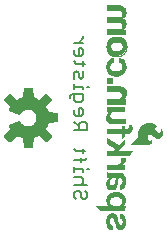
<source format=gbr>
G04 EAGLE Gerber RS-274X export*
G75*
%MOMM*%
%FSLAX34Y34*%
%LPD*%
%INSilkscreen Bottom*%
%IPPOS*%
%AMOC8*
5,1,8,0,0,1.08239X$1,22.5*%
G01*
%ADD10C,0.203200*%
%ADD11C,0.025400*%
%ADD12R,0.485100X0.495300*%

G36*
X79355Y126855D02*
X79355Y126855D01*
X79462Y126868D01*
X79474Y126874D01*
X79488Y126876D01*
X79584Y126928D01*
X79681Y126975D01*
X79691Y126985D01*
X79703Y126991D01*
X79777Y127071D01*
X79854Y127147D01*
X79860Y127159D01*
X79870Y127170D01*
X79915Y127268D01*
X79963Y127366D01*
X79967Y127383D01*
X79971Y127392D01*
X79973Y127413D01*
X79992Y127510D01*
X80762Y135089D01*
X83006Y135807D01*
X83024Y135816D01*
X83120Y135855D01*
X85215Y136933D01*
X91119Y132119D01*
X91213Y132065D01*
X91305Y132008D01*
X91318Y132005D01*
X91330Y131998D01*
X91437Y131977D01*
X91542Y131952D01*
X91556Y131954D01*
X91570Y131951D01*
X91677Y131966D01*
X91785Y131976D01*
X91798Y131982D01*
X91812Y131984D01*
X91909Y132032D01*
X92008Y132077D01*
X92021Y132088D01*
X92030Y132092D01*
X92045Y132107D01*
X92122Y132170D01*
X96430Y136478D01*
X96493Y136566D01*
X96559Y136652D01*
X96564Y136665D01*
X96572Y136677D01*
X96603Y136780D01*
X96639Y136883D01*
X96639Y136897D01*
X96643Y136910D01*
X96639Y137018D01*
X96640Y137127D01*
X96635Y137140D01*
X96635Y137154D01*
X96597Y137255D01*
X96562Y137358D01*
X96553Y137373D01*
X96549Y137382D01*
X96535Y137399D01*
X96481Y137482D01*
X91667Y143385D01*
X92745Y145480D01*
X92752Y145499D01*
X92793Y145594D01*
X93511Y147838D01*
X101090Y148608D01*
X101194Y148636D01*
X101300Y148661D01*
X101312Y148668D01*
X101325Y148671D01*
X101415Y148732D01*
X101508Y148789D01*
X101516Y148800D01*
X101528Y148808D01*
X101594Y148894D01*
X101663Y148978D01*
X101667Y148991D01*
X101676Y149002D01*
X101710Y149105D01*
X101749Y149206D01*
X101750Y149224D01*
X101754Y149233D01*
X101753Y149254D01*
X101763Y149353D01*
X101763Y155447D01*
X101746Y155555D01*
X101732Y155662D01*
X101726Y155674D01*
X101724Y155688D01*
X101672Y155784D01*
X101625Y155881D01*
X101615Y155891D01*
X101609Y155903D01*
X101529Y155977D01*
X101453Y156054D01*
X101441Y156060D01*
X101431Y156070D01*
X101332Y156115D01*
X101234Y156163D01*
X101217Y156167D01*
X101208Y156171D01*
X101187Y156173D01*
X101090Y156192D01*
X93511Y156962D01*
X92793Y159206D01*
X92784Y159224D01*
X92745Y159320D01*
X91667Y161415D01*
X96481Y167319D01*
X96535Y167413D01*
X96592Y167505D01*
X96595Y167518D01*
X96602Y167530D01*
X96623Y167637D01*
X96648Y167742D01*
X96646Y167756D01*
X96649Y167770D01*
X96634Y167877D01*
X96624Y167985D01*
X96618Y167998D01*
X96616Y168012D01*
X96568Y168109D01*
X96523Y168208D01*
X96512Y168221D01*
X96508Y168230D01*
X96493Y168245D01*
X96430Y168322D01*
X92122Y172630D01*
X92034Y172693D01*
X91948Y172759D01*
X91935Y172764D01*
X91923Y172772D01*
X91820Y172803D01*
X91717Y172839D01*
X91703Y172839D01*
X91690Y172843D01*
X91582Y172839D01*
X91473Y172840D01*
X91460Y172835D01*
X91446Y172835D01*
X91345Y172797D01*
X91242Y172762D01*
X91227Y172753D01*
X91218Y172749D01*
X91201Y172735D01*
X91119Y172681D01*
X85215Y167867D01*
X83120Y168945D01*
X83101Y168952D01*
X83006Y168993D01*
X80762Y169711D01*
X79992Y177290D01*
X79964Y177394D01*
X79939Y177500D01*
X79932Y177512D01*
X79929Y177525D01*
X79868Y177615D01*
X79811Y177708D01*
X79800Y177716D01*
X79792Y177728D01*
X79706Y177794D01*
X79622Y177863D01*
X79609Y177867D01*
X79598Y177876D01*
X79495Y177910D01*
X79394Y177949D01*
X79376Y177950D01*
X79367Y177954D01*
X79346Y177953D01*
X79247Y177963D01*
X73153Y177963D01*
X73045Y177946D01*
X72938Y177932D01*
X72926Y177926D01*
X72912Y177924D01*
X72816Y177872D01*
X72719Y177825D01*
X72709Y177815D01*
X72697Y177809D01*
X72623Y177729D01*
X72546Y177653D01*
X72540Y177641D01*
X72530Y177631D01*
X72485Y177532D01*
X72437Y177434D01*
X72433Y177417D01*
X72429Y177408D01*
X72427Y177387D01*
X72408Y177290D01*
X71638Y169711D01*
X69394Y168993D01*
X69376Y168984D01*
X69280Y168945D01*
X67185Y167867D01*
X61282Y172681D01*
X61187Y172735D01*
X61095Y172792D01*
X61082Y172795D01*
X61070Y172802D01*
X60963Y172823D01*
X60858Y172848D01*
X60844Y172846D01*
X60830Y172849D01*
X60723Y172834D01*
X60615Y172824D01*
X60602Y172818D01*
X60589Y172816D01*
X60491Y172768D01*
X60392Y172723D01*
X60379Y172712D01*
X60370Y172708D01*
X60355Y172693D01*
X60278Y172630D01*
X55970Y168322D01*
X55907Y168234D01*
X55841Y168148D01*
X55836Y168135D01*
X55828Y168123D01*
X55797Y168020D01*
X55761Y167917D01*
X55761Y167903D01*
X55757Y167890D01*
X55761Y167782D01*
X55760Y167673D01*
X55765Y167660D01*
X55765Y167646D01*
X55803Y167545D01*
X55838Y167442D01*
X55847Y167427D01*
X55851Y167418D01*
X55865Y167401D01*
X55919Y167319D01*
X60733Y161415D01*
X59654Y159321D01*
X59637Y159268D01*
X59611Y159219D01*
X59600Y159153D01*
X59579Y159089D01*
X59580Y159033D01*
X59571Y158979D01*
X59582Y158912D01*
X59583Y158845D01*
X59601Y158793D01*
X59610Y158738D01*
X59642Y158679D01*
X59664Y158615D01*
X59699Y158572D01*
X59725Y158522D01*
X59774Y158477D01*
X59816Y158424D01*
X59863Y158394D01*
X59903Y158356D01*
X60008Y158299D01*
X60021Y158291D01*
X60026Y158290D01*
X60033Y158286D01*
X68695Y154698D01*
X68800Y154673D01*
X68905Y154645D01*
X68919Y154646D01*
X68933Y154642D01*
X69040Y154653D01*
X69148Y154659D01*
X69161Y154665D01*
X69176Y154666D01*
X69274Y154711D01*
X69374Y154752D01*
X69385Y154761D01*
X69398Y154767D01*
X69477Y154840D01*
X69558Y154911D01*
X69569Y154927D01*
X69576Y154934D01*
X69587Y154953D01*
X69641Y155034D01*
X70367Y156377D01*
X71302Y157484D01*
X72444Y158378D01*
X73745Y159019D01*
X75148Y159381D01*
X76596Y159448D01*
X78027Y159219D01*
X79382Y158702D01*
X80602Y157919D01*
X81636Y156904D01*
X82442Y155698D01*
X82984Y154354D01*
X83240Y152927D01*
X83199Y151478D01*
X82863Y150068D01*
X82247Y148756D01*
X81375Y147598D01*
X80285Y146642D01*
X79023Y145929D01*
X77642Y145489D01*
X76198Y145340D01*
X74823Y145476D01*
X73498Y145877D01*
X72278Y146530D01*
X71208Y147408D01*
X70330Y148477D01*
X69643Y149763D01*
X69576Y149850D01*
X69512Y149939D01*
X69502Y149947D01*
X69494Y149957D01*
X69403Y150018D01*
X69314Y150082D01*
X69302Y150085D01*
X69291Y150092D01*
X69185Y150121D01*
X69081Y150153D01*
X69068Y150152D01*
X69056Y150156D01*
X68946Y150148D01*
X68837Y150145D01*
X68821Y150140D01*
X68812Y150140D01*
X68793Y150132D01*
X68695Y150102D01*
X60033Y146514D01*
X59986Y146485D01*
X59934Y146464D01*
X59883Y146421D01*
X59826Y146385D01*
X59791Y146342D01*
X59748Y146306D01*
X59714Y146249D01*
X59671Y146197D01*
X59652Y146145D01*
X59623Y146097D01*
X59609Y146031D01*
X59585Y145968D01*
X59583Y145913D01*
X59572Y145858D01*
X59579Y145792D01*
X59577Y145725D01*
X59593Y145671D01*
X59600Y145616D01*
X59644Y145505D01*
X59648Y145491D01*
X59651Y145487D01*
X59654Y145479D01*
X60733Y143385D01*
X55919Y137482D01*
X55865Y137387D01*
X55808Y137295D01*
X55805Y137282D01*
X55798Y137270D01*
X55777Y137163D01*
X55752Y137058D01*
X55754Y137044D01*
X55751Y137030D01*
X55766Y136923D01*
X55776Y136815D01*
X55782Y136802D01*
X55784Y136789D01*
X55832Y136691D01*
X55877Y136592D01*
X55888Y136579D01*
X55892Y136570D01*
X55907Y136555D01*
X55970Y136478D01*
X60278Y132170D01*
X60366Y132107D01*
X60452Y132041D01*
X60465Y132036D01*
X60477Y132028D01*
X60580Y131997D01*
X60683Y131961D01*
X60697Y131961D01*
X60710Y131957D01*
X60818Y131961D01*
X60927Y131960D01*
X60940Y131965D01*
X60954Y131965D01*
X61055Y132003D01*
X61158Y132038D01*
X61173Y132047D01*
X61182Y132051D01*
X61199Y132065D01*
X61282Y132119D01*
X67185Y136933D01*
X69280Y135855D01*
X69299Y135848D01*
X69394Y135807D01*
X71638Y135089D01*
X72408Y127510D01*
X72436Y127406D01*
X72461Y127300D01*
X72468Y127288D01*
X72471Y127275D01*
X72532Y127185D01*
X72589Y127092D01*
X72600Y127084D01*
X72608Y127072D01*
X72694Y127006D01*
X72778Y126938D01*
X72791Y126933D01*
X72802Y126924D01*
X72905Y126890D01*
X73006Y126851D01*
X73024Y126850D01*
X73033Y126846D01*
X73054Y126847D01*
X73153Y126837D01*
X79247Y126837D01*
X79355Y126855D01*
G37*
G36*
X177373Y129137D02*
X177373Y129137D01*
X177379Y129135D01*
X178210Y129205D01*
X178221Y129211D01*
X178236Y129210D01*
X179035Y129450D01*
X179045Y129458D01*
X179059Y129460D01*
X179791Y129861D01*
X179799Y129871D01*
X179812Y129876D01*
X180362Y130346D01*
X180367Y130357D01*
X180379Y130364D01*
X180824Y130934D01*
X180827Y130946D01*
X180837Y130956D01*
X181158Y131604D01*
X181159Y131616D01*
X181167Y131628D01*
X181351Y132327D01*
X181350Y132338D01*
X181355Y132349D01*
X181428Y133289D01*
X181426Y133298D01*
X181429Y133305D01*
X181428Y133307D01*
X181428Y133309D01*
X181355Y134249D01*
X181353Y134253D01*
X181354Y134259D01*
X181278Y134742D01*
X181253Y134781D01*
X181232Y134821D01*
X181228Y134822D01*
X181226Y134825D01*
X181181Y134835D01*
X181137Y134847D01*
X181133Y134845D01*
X181129Y134846D01*
X181091Y134821D01*
X181052Y134798D01*
X181051Y134793D01*
X181048Y134791D01*
X181039Y134750D01*
X181027Y134710D01*
X181043Y134552D01*
X181015Y134414D01*
X180944Y134281D01*
X180345Y133457D01*
X180279Y133389D01*
X180231Y133339D01*
X180093Y133267D01*
X179678Y133174D01*
X179250Y133174D01*
X178834Y133267D01*
X178430Y133473D01*
X178102Y133786D01*
X177737Y134392D01*
X177530Y135070D01*
X177495Y135781D01*
X177592Y136391D01*
X177790Y136977D01*
X178083Y137520D01*
X178448Y137945D01*
X178908Y138260D01*
X179433Y138446D01*
X179989Y138489D01*
X180537Y138387D01*
X181040Y138147D01*
X181475Y137777D01*
X183016Y136324D01*
X183026Y136321D01*
X183032Y136312D01*
X184790Y135125D01*
X184803Y135123D01*
X184813Y135113D01*
X185501Y134833D01*
X185516Y134834D01*
X185531Y134825D01*
X186266Y134726D01*
X186281Y134730D01*
X186298Y134725D01*
X187035Y134812D01*
X187048Y134820D01*
X187066Y134820D01*
X187758Y135087D01*
X187769Y135098D01*
X187786Y135102D01*
X188389Y135533D01*
X188396Y135544D01*
X188408Y135549D01*
X188586Y135738D01*
X188587Y135738D01*
X188825Y135991D01*
X188826Y135991D01*
X189064Y136243D01*
X189066Y136245D01*
X189069Y136253D01*
X189077Y136258D01*
X189637Y137035D01*
X189640Y137045D01*
X189648Y137053D01*
X190036Y137833D01*
X190037Y137845D01*
X190045Y137856D01*
X190276Y138696D01*
X190275Y138708D01*
X190281Y138720D01*
X190347Y139588D01*
X190343Y139599D01*
X190347Y139610D01*
X190261Y140510D01*
X190257Y140519D01*
X190258Y140529D01*
X190038Y141407D01*
X190032Y141415D01*
X190031Y141427D01*
X189930Y141655D01*
X189778Y142011D01*
X189778Y142012D01*
X189557Y142516D01*
X189546Y142526D01*
X189541Y142543D01*
X189203Y142978D01*
X189196Y142981D01*
X189192Y142989D01*
X189167Y143014D01*
X189167Y143015D01*
X189166Y143017D01*
X189074Y143052D01*
X188985Y143011D01*
X188952Y142926D01*
X188952Y142323D01*
X188895Y141812D01*
X188756Y141322D01*
X188501Y140841D01*
X188497Y140838D01*
X188131Y140446D01*
X187671Y140160D01*
X187152Y140003D01*
X186849Y139991D01*
X186549Y140050D01*
X186055Y140256D01*
X185597Y140539D01*
X185187Y140890D01*
X184833Y141302D01*
X184182Y142204D01*
X183933Y142692D01*
X183835Y143222D01*
X183893Y143760D01*
X183958Y143934D01*
X184207Y144295D01*
X184546Y144569D01*
X184649Y144613D01*
X184769Y144629D01*
X185649Y144629D01*
X185690Y144646D01*
X185732Y144660D01*
X185735Y144665D01*
X185740Y144667D01*
X185756Y144708D01*
X185775Y144748D01*
X185773Y144754D01*
X185775Y144759D01*
X185763Y144786D01*
X185747Y144835D01*
X184826Y145961D01*
X184814Y145967D01*
X184807Y145979D01*
X183670Y146886D01*
X183659Y146889D01*
X183651Y146898D01*
X182717Y147400D01*
X182707Y147401D01*
X182699Y147407D01*
X181702Y147765D01*
X181692Y147765D01*
X181683Y147770D01*
X180644Y147977D01*
X180633Y147975D01*
X180623Y147979D01*
X178695Y148040D01*
X178684Y148035D01*
X178672Y148038D01*
X176765Y147750D01*
X176755Y147744D01*
X176743Y147744D01*
X174919Y147116D01*
X174910Y147109D01*
X174898Y147107D01*
X173217Y146160D01*
X173211Y146152D01*
X173200Y146149D01*
X172093Y145264D01*
X172090Y145259D01*
X172085Y145256D01*
X172084Y145254D01*
X172080Y145252D01*
X171727Y144878D01*
X171251Y144373D01*
X171108Y144221D01*
X171105Y144213D01*
X171097Y144207D01*
X170280Y143050D01*
X170278Y143040D01*
X170270Y143032D01*
X169670Y141802D01*
X169669Y141791D01*
X169661Y141781D01*
X169293Y140462D01*
X169295Y140451D01*
X169289Y140440D01*
X169165Y139076D01*
X169167Y139071D01*
X169165Y139065D01*
X169165Y136790D01*
X169100Y136422D01*
X168973Y136071D01*
X168384Y135081D01*
X167602Y134227D01*
X162120Y129355D01*
X162118Y129351D01*
X162113Y129349D01*
X162097Y129307D01*
X162078Y129266D01*
X162080Y129262D01*
X162078Y129257D01*
X162097Y129216D01*
X162112Y129174D01*
X162117Y129172D01*
X162119Y129168D01*
X162192Y129139D01*
X162203Y129135D01*
X162204Y129135D01*
X177368Y129135D01*
X177373Y129137D01*
G37*
G36*
X157873Y73600D02*
X157873Y73600D01*
X157912Y73610D01*
X157918Y73619D01*
X157927Y73623D01*
X157938Y73651D01*
X157960Y73688D01*
X158696Y77574D01*
X158693Y77588D01*
X158698Y77603D01*
X158683Y77635D01*
X158675Y77670D01*
X158662Y77678D01*
X158656Y77692D01*
X158617Y77706D01*
X158592Y77722D01*
X158581Y77719D01*
X158570Y77723D01*
X156653Y77699D01*
X156802Y77833D01*
X156803Y77834D01*
X156804Y77834D01*
X157769Y78723D01*
X157771Y78729D01*
X157778Y78733D01*
X158079Y79076D01*
X158083Y79087D01*
X158093Y79095D01*
X158326Y79489D01*
X158327Y79498D01*
X158334Y79506D01*
X158867Y80827D01*
X158867Y80838D01*
X158874Y80848D01*
X158976Y81330D01*
X158973Y81342D01*
X158978Y81354D01*
X159003Y83335D01*
X158999Y83346D01*
X159001Y83358D01*
X158818Y84443D01*
X158811Y84453D01*
X158811Y84468D01*
X158411Y85492D01*
X158403Y85499D01*
X158401Y85511D01*
X157860Y86413D01*
X157854Y86418D01*
X157851Y86427D01*
X157198Y87251D01*
X157188Y87257D01*
X157183Y87267D01*
X156293Y88059D01*
X156280Y88063D01*
X156271Y88075D01*
X155230Y88654D01*
X155218Y88656D01*
X155207Y88664D01*
X153094Y89338D01*
X153083Y89337D01*
X153072Y89343D01*
X150872Y89626D01*
X150861Y89623D01*
X150849Y89627D01*
X148634Y89509D01*
X148624Y89504D01*
X148612Y89506D01*
X147236Y89183D01*
X147227Y89177D01*
X147215Y89176D01*
X145915Y88620D01*
X145907Y88612D01*
X145896Y88610D01*
X144711Y87838D01*
X144705Y87829D01*
X144694Y87824D01*
X143987Y87167D01*
X143983Y87157D01*
X143973Y87151D01*
X143388Y86383D01*
X143386Y86372D01*
X143377Y86365D01*
X142931Y85509D01*
X142930Y85498D01*
X142922Y85489D01*
X142628Y84570D01*
X142629Y84560D01*
X142623Y84550D01*
X142434Y83338D01*
X142436Y83329D01*
X142433Y83320D01*
X142416Y82093D01*
X142419Y82085D01*
X142417Y82075D01*
X142572Y80858D01*
X142577Y80848D01*
X142577Y80836D01*
X142841Y79992D01*
X142849Y79982D01*
X142852Y79967D01*
X143289Y79198D01*
X143299Y79190D01*
X143304Y79176D01*
X143894Y78516D01*
X143906Y78510D01*
X143914Y78498D01*
X144630Y77978D01*
X144632Y77977D01*
X133528Y77977D01*
X133484Y77959D01*
X133441Y77942D01*
X133440Y77940D01*
X133437Y77939D01*
X133420Y77895D01*
X133402Y77851D01*
X133403Y77849D01*
X133402Y77847D01*
X133411Y77826D01*
X133434Y77766D01*
X137168Y73626D01*
X137174Y73624D01*
X137177Y73618D01*
X137237Y73594D01*
X137258Y73585D01*
X137260Y73586D01*
X137262Y73585D01*
X157836Y73585D01*
X157873Y73600D01*
G37*
G36*
X158955Y222735D02*
X158955Y222735D01*
X158957Y222734D01*
X159000Y222754D01*
X159044Y222772D01*
X159044Y222774D01*
X159046Y222775D01*
X159079Y222860D01*
X159079Y226847D01*
X159078Y226849D01*
X159079Y226851D01*
X159059Y226894D01*
X159041Y226938D01*
X159039Y226938D01*
X159038Y226940D01*
X158953Y226973D01*
X156900Y226973D01*
X156907Y227004D01*
X157303Y227306D01*
X157306Y227312D01*
X157314Y227315D01*
X158101Y228077D01*
X158104Y228085D01*
X158111Y228089D01*
X158723Y228851D01*
X158727Y228865D01*
X158740Y228877D01*
X159144Y229767D01*
X159144Y229779D01*
X159152Y229790D01*
X159406Y230882D01*
X159405Y230891D01*
X159409Y230899D01*
X159536Y232271D01*
X159533Y232281D01*
X159536Y232292D01*
X159467Y233249D01*
X159461Y233260D01*
X159462Y233274D01*
X159202Y234197D01*
X159194Y234207D01*
X159192Y234220D01*
X158789Y235010D01*
X158780Y235018D01*
X158776Y235031D01*
X158230Y235729D01*
X158219Y235735D01*
X158213Y235747D01*
X157544Y236329D01*
X157532Y236332D01*
X157530Y236335D01*
X157530Y236336D01*
X157529Y236336D01*
X157524Y236343D01*
X156866Y236723D01*
X156908Y236765D01*
X157389Y237220D01*
X157390Y237223D01*
X157393Y237224D01*
X158152Y238012D01*
X158155Y238021D01*
X158164Y238026D01*
X158802Y238915D01*
X158804Y238926D01*
X158812Y238934D01*
X159206Y239739D01*
X159206Y239751D01*
X159214Y239762D01*
X159446Y240627D01*
X159444Y240639D01*
X159450Y240651D01*
X159511Y241545D01*
X159510Y241548D01*
X159511Y241549D01*
X159508Y241555D01*
X159511Y241565D01*
X159404Y242844D01*
X159400Y242851D01*
X159402Y242858D01*
X159153Y244118D01*
X159147Y244127D01*
X159147Y244139D01*
X158821Y245005D01*
X158811Y245015D01*
X158808Y245030D01*
X158301Y245804D01*
X158289Y245811D01*
X158283Y245825D01*
X157619Y246471D01*
X157607Y246475D01*
X157598Y246487D01*
X156659Y247075D01*
X156646Y247077D01*
X156636Y247087D01*
X155597Y247473D01*
X155584Y247472D01*
X155572Y247479D01*
X154476Y247648D01*
X154467Y247645D01*
X154457Y247649D01*
X142875Y247649D01*
X142873Y247648D01*
X142871Y247649D01*
X142828Y247629D01*
X142784Y247611D01*
X142784Y247609D01*
X142782Y247608D01*
X142749Y247523D01*
X142749Y243281D01*
X142750Y243279D01*
X142749Y243277D01*
X142769Y243234D01*
X142787Y243190D01*
X142789Y243190D01*
X142790Y243188D01*
X142875Y243155D01*
X153154Y243155D01*
X154034Y243048D01*
X154856Y242736D01*
X155240Y242475D01*
X155553Y242132D01*
X155779Y241726D01*
X155907Y241278D01*
X155975Y240374D01*
X155883Y239471D01*
X155757Y239062D01*
X155547Y238689D01*
X155261Y238371D01*
X154733Y237986D01*
X154138Y237713D01*
X153499Y237564D01*
X152396Y237489D01*
X142875Y237489D01*
X142873Y237488D01*
X142871Y237489D01*
X142828Y237469D01*
X142784Y237451D01*
X142784Y237449D01*
X142782Y237448D01*
X142749Y237363D01*
X142749Y233045D01*
X142750Y233043D01*
X142749Y233041D01*
X142769Y232998D01*
X142787Y232954D01*
X142789Y232954D01*
X142790Y232952D01*
X142875Y232919D01*
X153434Y232919D01*
X154097Y232839D01*
X154716Y232608D01*
X155263Y232238D01*
X155581Y231891D01*
X155814Y231483D01*
X155950Y231032D01*
X155982Y230555D01*
X155932Y229707D01*
X155850Y229267D01*
X155672Y228863D01*
X155406Y228509D01*
X154462Y227689D01*
X153924Y227406D01*
X153333Y227274D01*
X152711Y227304D01*
X152708Y227303D01*
X152705Y227304D01*
X142900Y227304D01*
X142898Y227303D01*
X142896Y227304D01*
X142853Y227284D01*
X142809Y227266D01*
X142809Y227264D01*
X142807Y227263D01*
X142774Y227178D01*
X142774Y222860D01*
X142775Y222858D01*
X142774Y222856D01*
X142794Y222813D01*
X142812Y222769D01*
X142814Y222769D01*
X142815Y222767D01*
X142900Y222734D01*
X158953Y222734D01*
X158955Y222735D01*
G37*
G36*
X147803Y90958D02*
X147803Y90958D01*
X147815Y90963D01*
X147830Y90961D01*
X148771Y91167D01*
X148783Y91176D01*
X148800Y91177D01*
X149662Y91606D01*
X149671Y91616D01*
X149686Y91621D01*
X150295Y92119D01*
X150299Y92127D01*
X150307Y92130D01*
X150308Y92134D01*
X150313Y92137D01*
X150811Y92747D01*
X150814Y92759D01*
X150825Y92768D01*
X151191Y93464D01*
X151192Y93475D01*
X151199Y93484D01*
X151683Y94969D01*
X151682Y94977D01*
X151687Y94986D01*
X151965Y96523D01*
X151964Y96527D01*
X151967Y96532D01*
X152195Y98738D01*
X152421Y100044D01*
X152586Y100513D01*
X152832Y100941D01*
X153093Y101225D01*
X153180Y101285D01*
X153277Y101327D01*
X153798Y101438D01*
X154329Y101438D01*
X154850Y101327D01*
X155164Y101188D01*
X155443Y100989D01*
X155677Y100736D01*
X155870Y100422D01*
X155998Y100076D01*
X156059Y99707D01*
X156109Y98352D01*
X156055Y97765D01*
X155890Y97204D01*
X155635Y96740D01*
X155279Y96350D01*
X154841Y96055D01*
X154346Y95871D01*
X153815Y95808D01*
X153772Y95808D01*
X153770Y95807D01*
X153768Y95808D01*
X153725Y95788D01*
X153681Y95770D01*
X153681Y95768D01*
X153679Y95767D01*
X153646Y95682D01*
X153646Y91541D01*
X153644Y91540D01*
X153634Y91498D01*
X153620Y91456D01*
X153623Y91450D01*
X153622Y91444D01*
X153638Y91419D01*
X153659Y91374D01*
X153684Y91349D01*
X153685Y91349D01*
X153727Y91333D01*
X153776Y91314D01*
X153777Y91314D01*
X153819Y91334D01*
X153862Y91353D01*
X154753Y91475D01*
X154764Y91481D01*
X154779Y91481D01*
X155720Y91815D01*
X155730Y91824D01*
X155744Y91827D01*
X156597Y92346D01*
X156605Y92357D01*
X156618Y92362D01*
X157348Y93045D01*
X157353Y93057D01*
X157365Y93065D01*
X157939Y93882D01*
X157942Y93894D01*
X157951Y93903D01*
X158480Y95061D01*
X158480Y95071D01*
X158487Y95080D01*
X158821Y96309D01*
X158820Y96318D01*
X158824Y96327D01*
X159038Y98067D01*
X159035Y98075D01*
X159038Y98083D01*
X159030Y99837D01*
X159027Y99844D01*
X159029Y99853D01*
X158799Y101592D01*
X158794Y101600D01*
X158795Y101611D01*
X158370Y103025D01*
X158362Y103034D01*
X158361Y103048D01*
X157667Y104351D01*
X157657Y104360D01*
X157652Y104374D01*
X157169Y104936D01*
X157155Y104943D01*
X157146Y104957D01*
X156541Y105384D01*
X156526Y105387D01*
X156514Y105399D01*
X155823Y105666D01*
X155808Y105665D01*
X155793Y105673D01*
X155058Y105764D01*
X155050Y105762D01*
X155042Y105765D01*
X150216Y105765D01*
X150214Y105764D01*
X150212Y105765D01*
X150197Y105758D01*
X150113Y105790D01*
X145775Y105765D01*
X144438Y105867D01*
X143143Y106216D01*
X142944Y106290D01*
X142919Y106289D01*
X142896Y106298D01*
X142872Y106287D01*
X142846Y106286D01*
X142829Y106267D01*
X142807Y106257D01*
X142796Y106230D01*
X142780Y106212D01*
X142782Y106193D01*
X142774Y106172D01*
X142774Y102138D01*
X142771Y102102D01*
X142780Y102074D01*
X142784Y102034D01*
X142803Y101997D01*
X142820Y101983D01*
X142825Y101972D01*
X142832Y101969D01*
X142849Y101946D01*
X142885Y101925D01*
X142902Y101922D01*
X142918Y101910D01*
X143198Y101834D01*
X143201Y101835D01*
X143204Y101833D01*
X144233Y101606D01*
X144256Y101597D01*
X144262Y101590D01*
X144264Y101582D01*
X144263Y101573D01*
X144247Y101549D01*
X143544Y100722D01*
X143540Y100711D01*
X143530Y100702D01*
X142990Y99751D01*
X142989Y99740D01*
X142981Y99730D01*
X142628Y98695D01*
X142629Y98683D01*
X142623Y98673D01*
X142382Y97055D01*
X142385Y97045D01*
X142381Y97034D01*
X142419Y95399D01*
X142424Y95388D01*
X142422Y95374D01*
X142730Y94002D01*
X142738Y93991D01*
X142739Y93976D01*
X143345Y92707D01*
X143355Y92698D01*
X143359Y92684D01*
X143701Y92236D01*
X143711Y92230D01*
X143717Y92218D01*
X144137Y91841D01*
X144148Y91837D01*
X144156Y91827D01*
X144639Y91535D01*
X144650Y91533D01*
X144660Y91525D01*
X145653Y91152D01*
X145664Y91152D01*
X145675Y91146D01*
X146719Y90957D01*
X146730Y90960D01*
X146742Y90955D01*
X147803Y90958D01*
G37*
G36*
X162173Y120100D02*
X162173Y120100D01*
X162193Y120098D01*
X162220Y120120D01*
X162245Y120130D01*
X162250Y120145D01*
X162264Y120155D01*
X164626Y124295D01*
X164630Y124330D01*
X164642Y124362D01*
X164635Y124377D01*
X164637Y124393D01*
X164615Y124420D01*
X164601Y124451D01*
X164585Y124458D01*
X164575Y124470D01*
X164548Y124472D01*
X164516Y124484D01*
X153086Y124484D01*
X158560Y129959D01*
X158562Y129962D01*
X158564Y129963D01*
X158597Y130048D01*
X158597Y134722D01*
X158597Y134724D01*
X158597Y134725D01*
X158577Y134769D01*
X158559Y134813D01*
X158557Y134813D01*
X158556Y134815D01*
X158512Y134831D01*
X158467Y134848D01*
X158465Y134847D01*
X158464Y134848D01*
X158381Y134810D01*
X152815Y129119D01*
X142920Y135716D01*
X142882Y135723D01*
X142845Y135737D01*
X142835Y135732D01*
X142823Y135734D01*
X142792Y135712D01*
X142756Y135695D01*
X142752Y135684D01*
X142743Y135678D01*
X142738Y135648D01*
X142724Y135610D01*
X142749Y130530D01*
X142756Y130513D01*
X142754Y130495D01*
X142776Y130466D01*
X142788Y130440D01*
X142800Y130435D01*
X142810Y130423D01*
X149788Y126190D01*
X149714Y126113D01*
X149592Y125987D01*
X149591Y125987D01*
X149223Y125608D01*
X149101Y125482D01*
X148978Y125356D01*
X148610Y124977D01*
X148487Y124851D01*
X148365Y124725D01*
X148181Y124535D01*
X142773Y124535D01*
X142771Y124534D01*
X142769Y124535D01*
X142726Y124515D01*
X142682Y124497D01*
X142682Y124495D01*
X142680Y124494D01*
X142647Y124409D01*
X142647Y120269D01*
X142648Y120266D01*
X142647Y120263D01*
X142684Y120180D01*
X142735Y120129D01*
X142738Y120128D01*
X142739Y120125D01*
X142824Y120092D01*
X162154Y120092D01*
X162173Y120100D01*
G37*
G36*
X158549Y146992D02*
X158549Y146992D01*
X158551Y146991D01*
X158594Y147011D01*
X158638Y147029D01*
X158638Y147031D01*
X158640Y147032D01*
X158673Y147117D01*
X158673Y151257D01*
X158672Y151259D01*
X158673Y151261D01*
X158653Y151304D01*
X158635Y151348D01*
X158633Y151348D01*
X158632Y151350D01*
X158547Y151383D01*
X148550Y151383D01*
X147720Y151532D01*
X146952Y151875D01*
X146590Y152147D01*
X146289Y152488D01*
X146064Y152883D01*
X145841Y153572D01*
X145761Y154291D01*
X145828Y155012D01*
X146040Y155703D01*
X146328Y156213D01*
X146725Y156644D01*
X147210Y156971D01*
X147760Y157180D01*
X148964Y157405D01*
X150194Y157481D01*
X158496Y157481D01*
X158498Y157482D01*
X158500Y157481D01*
X158543Y157501D01*
X158587Y157519D01*
X158587Y157521D01*
X158589Y157522D01*
X158622Y157607D01*
X158622Y161823D01*
X158621Y161825D01*
X158622Y161827D01*
X158602Y161870D01*
X158584Y161914D01*
X158582Y161914D01*
X158581Y161916D01*
X158496Y161949D01*
X142875Y161949D01*
X142873Y161948D01*
X142871Y161949D01*
X142828Y161929D01*
X142784Y161911D01*
X142784Y161909D01*
X142782Y161908D01*
X142749Y161823D01*
X142749Y157810D01*
X142750Y157808D01*
X142749Y157806D01*
X142769Y157763D01*
X142787Y157719D01*
X142789Y157719D01*
X142790Y157717D01*
X142875Y157684D01*
X144932Y157684D01*
X144291Y157177D01*
X144287Y157169D01*
X144278Y157165D01*
X144171Y157052D01*
X144051Y156926D01*
X143812Y156674D01*
X143692Y156547D01*
X143572Y156421D01*
X143493Y156338D01*
X143490Y156329D01*
X143482Y156324D01*
X142823Y155394D01*
X142821Y155385D01*
X142813Y155377D01*
X142691Y155132D01*
X142690Y155121D01*
X142683Y155112D01*
X142602Y154850D01*
X142603Y154841D01*
X142598Y154832D01*
X142375Y153354D01*
X142377Y153346D01*
X142373Y153338D01*
X142343Y151844D01*
X142347Y151834D01*
X142344Y151823D01*
X142491Y150790D01*
X142497Y150780D01*
X142497Y150766D01*
X142840Y149780D01*
X142848Y149771D01*
X142850Y149758D01*
X143376Y148856D01*
X143386Y148849D01*
X143391Y148836D01*
X143619Y148582D01*
X143630Y148576D01*
X143638Y148565D01*
X144523Y147905D01*
X144534Y147902D01*
X144543Y147892D01*
X145533Y147404D01*
X145545Y147404D01*
X145555Y147396D01*
X146618Y147096D01*
X146629Y147098D01*
X146641Y147092D01*
X147740Y146991D01*
X147746Y146993D01*
X147752Y146991D01*
X158547Y146991D01*
X158549Y146992D01*
G37*
G36*
X158523Y164188D02*
X158523Y164188D01*
X158525Y164187D01*
X158568Y164207D01*
X158612Y164225D01*
X158612Y164227D01*
X158614Y164228D01*
X158647Y164313D01*
X158647Y168351D01*
X158646Y168353D01*
X158647Y168355D01*
X158627Y168398D01*
X158609Y168442D01*
X158607Y168442D01*
X158606Y168444D01*
X158521Y168477D01*
X156453Y168477D01*
X156482Y168519D01*
X156618Y168633D01*
X156996Y168910D01*
X156998Y168914D01*
X157003Y168916D01*
X157476Y169318D01*
X157480Y169325D01*
X157488Y169329D01*
X157904Y169790D01*
X157907Y169801D01*
X157917Y169808D01*
X158484Y170706D01*
X158487Y170719D01*
X158496Y170730D01*
X158865Y171727D01*
X158865Y171739D01*
X158872Y171752D01*
X159027Y172804D01*
X159024Y172814D01*
X159028Y172825D01*
X159007Y173660D01*
X158998Y174038D01*
X158989Y174417D01*
X158978Y174831D01*
X158974Y174842D01*
X158976Y174854D01*
X158770Y175831D01*
X158762Y175843D01*
X158761Y175859D01*
X158339Y176764D01*
X158328Y176773D01*
X158324Y176788D01*
X157706Y177573D01*
X157695Y177579D01*
X157689Y177591D01*
X157114Y178080D01*
X157103Y178083D01*
X157096Y178093D01*
X156447Y178477D01*
X156436Y178479D01*
X156427Y178487D01*
X155722Y178756D01*
X155713Y178756D01*
X155704Y178761D01*
X154597Y179001D01*
X154588Y178999D01*
X154580Y179004D01*
X153451Y179094D01*
X153446Y179092D01*
X153441Y179094D01*
X142900Y179094D01*
X142898Y179093D01*
X142896Y179094D01*
X142853Y179074D01*
X142809Y179056D01*
X142809Y179054D01*
X142807Y179053D01*
X142774Y178968D01*
X142774Y174879D01*
X142775Y174877D01*
X142774Y174875D01*
X142794Y174832D01*
X142812Y174788D01*
X142814Y174788D01*
X142815Y174786D01*
X142900Y174753D01*
X152546Y174753D01*
X153264Y174688D01*
X153952Y174497D01*
X154594Y174187D01*
X154981Y173891D01*
X155290Y173517D01*
X155507Y173082D01*
X155584Y172782D01*
X155601Y172466D01*
X155551Y171361D01*
X155464Y170805D01*
X155260Y170289D01*
X154946Y169832D01*
X154377Y169315D01*
X153698Y168952D01*
X152948Y168736D01*
X152165Y168655D01*
X142799Y168655D01*
X142797Y168654D01*
X142795Y168655D01*
X142752Y168635D01*
X142708Y168617D01*
X142708Y168615D01*
X142706Y168614D01*
X142673Y168529D01*
X142673Y164313D01*
X142674Y164311D01*
X142673Y164309D01*
X142693Y164266D01*
X142711Y164222D01*
X142713Y164222D01*
X142714Y164220D01*
X142799Y164187D01*
X158521Y164187D01*
X158523Y164188D01*
G37*
G36*
X151284Y204427D02*
X151284Y204427D01*
X151310Y204423D01*
X154866Y205236D01*
X154887Y205251D01*
X154916Y205260D01*
X157634Y207394D01*
X157646Y207416D01*
X157669Y207437D01*
X159346Y210815D01*
X159347Y210835D01*
X159358Y210856D01*
X159535Y212329D01*
X159533Y212336D01*
X159536Y212344D01*
X159536Y212395D01*
X159528Y212415D01*
X159527Y212441D01*
X159477Y212568D01*
X159457Y212589D01*
X159445Y212615D01*
X159423Y212624D01*
X159409Y212639D01*
X159385Y212638D01*
X159360Y212648D01*
X156439Y212648D01*
X156399Y212631D01*
X156358Y212619D01*
X156354Y212612D01*
X156348Y212610D01*
X156337Y212582D01*
X156314Y212539D01*
X156164Y211444D01*
X155529Y210296D01*
X154445Y209508D01*
X153556Y209112D01*
X152082Y208838D01*
X150223Y208788D01*
X148975Y208963D01*
X147826Y209337D01*
X146799Y209875D01*
X145791Y211523D01*
X145569Y213271D01*
X146161Y215022D01*
X147142Y216101D01*
X148352Y216644D01*
X149900Y217019D01*
X151325Y217019D01*
X153254Y216768D01*
X154866Y216024D01*
X155675Y215190D01*
X156188Y214237D01*
X156287Y213050D01*
X156287Y212954D01*
X156288Y212951D01*
X156287Y212948D01*
X156307Y212906D01*
X156325Y212863D01*
X156328Y212862D01*
X156330Y212859D01*
X156415Y212828D01*
X156417Y212828D01*
X159387Y212878D01*
X159396Y212882D01*
X159405Y212879D01*
X159440Y212901D01*
X159470Y212914D01*
X159476Y212917D01*
X159477Y212918D01*
X159480Y212927D01*
X159488Y212932D01*
X159501Y212983D01*
X159511Y213009D01*
X159511Y213010D01*
X159509Y213015D01*
X159510Y213020D01*
X159256Y215027D01*
X159250Y215038D01*
X159250Y215052D01*
X158691Y216678D01*
X158680Y216690D01*
X158676Y216709D01*
X157305Y218690D01*
X157292Y218698D01*
X157283Y218714D01*
X156013Y219806D01*
X155997Y219811D01*
X155982Y219825D01*
X153645Y220866D01*
X153628Y220867D01*
X153610Y220876D01*
X151425Y221156D01*
X151410Y221152D01*
X151394Y221156D01*
X149286Y220902D01*
X149278Y220898D01*
X149267Y220899D01*
X146803Y220213D01*
X146789Y220202D01*
X146770Y220198D01*
X145475Y219385D01*
X145466Y219373D01*
X145451Y219365D01*
X144308Y218171D01*
X144304Y218163D01*
X144296Y218157D01*
X143509Y217040D01*
X143505Y217023D01*
X143493Y217008D01*
X142858Y215154D01*
X142859Y215140D01*
X142851Y215126D01*
X142597Y212611D01*
X142602Y212597D01*
X142598Y212581D01*
X143004Y209584D01*
X143016Y209563D01*
X143022Y209534D01*
X144800Y206689D01*
X144821Y206675D01*
X144839Y206650D01*
X147328Y205050D01*
X147351Y205046D01*
X147376Y205031D01*
X151262Y204421D01*
X151284Y204427D01*
G37*
G36*
X147858Y57163D02*
X147858Y57163D01*
X147888Y57166D01*
X147889Y57167D01*
X147890Y57167D01*
X147899Y57178D01*
X147912Y57183D01*
X147915Y57189D01*
X147921Y57192D01*
X147933Y57222D01*
X147949Y57242D01*
X147949Y57244D01*
X147950Y57245D01*
X147949Y57260D01*
X147954Y57272D01*
X147953Y57275D01*
X147954Y57277D01*
X147954Y61138D01*
X147953Y61140D01*
X147954Y61142D01*
X147934Y61185D01*
X147916Y61229D01*
X147914Y61229D01*
X147913Y61231D01*
X147828Y61264D01*
X147781Y61264D01*
X147284Y61293D01*
X146822Y61440D01*
X146408Y61695D01*
X145965Y62137D01*
X145628Y62664D01*
X145411Y63251D01*
X145338Y63813D01*
X145338Y65143D01*
X145412Y65746D01*
X145609Y66313D01*
X145921Y66826D01*
X146005Y66910D01*
X146129Y67037D01*
X146205Y67114D01*
X146550Y67322D01*
X146935Y67439D01*
X147339Y67456D01*
X147734Y67371D01*
X148096Y67191D01*
X148400Y66925D01*
X148631Y66589D01*
X149101Y65482D01*
X149407Y64308D01*
X150270Y60677D01*
X150275Y60670D01*
X150275Y60661D01*
X150581Y59853D01*
X150587Y59846D01*
X150589Y59836D01*
X151016Y59085D01*
X151023Y59079D01*
X151027Y59069D01*
X151564Y58392D01*
X151574Y58387D01*
X151580Y58376D01*
X151965Y58039D01*
X151978Y58035D01*
X151987Y58024D01*
X152434Y57775D01*
X152447Y57774D01*
X152458Y57765D01*
X152947Y57613D01*
X152959Y57615D01*
X152972Y57608D01*
X154108Y57503D01*
X154121Y57506D01*
X154134Y57503D01*
X155268Y57632D01*
X155279Y57638D01*
X155293Y57637D01*
X156377Y57995D01*
X156386Y58003D01*
X156400Y58005D01*
X156922Y58304D01*
X156929Y58314D01*
X156942Y58319D01*
X157397Y58713D01*
X157402Y58724D01*
X157414Y58731D01*
X157783Y59207D01*
X157786Y59218D01*
X157795Y59227D01*
X158449Y60508D01*
X158450Y60519D01*
X158457Y60529D01*
X158868Y61907D01*
X158867Y61918D01*
X158873Y61930D01*
X159028Y63359D01*
X159026Y63366D01*
X159028Y63373D01*
X159028Y65176D01*
X159026Y65182D01*
X159028Y65189D01*
X158888Y66582D01*
X158883Y66591D01*
X158884Y66602D01*
X158516Y67953D01*
X158509Y67963D01*
X158507Y67976D01*
X157969Y69073D01*
X157959Y69082D01*
X157955Y69096D01*
X157198Y70055D01*
X157188Y70061D01*
X157183Y70072D01*
X156787Y70420D01*
X156778Y70423D01*
X156772Y70432D01*
X156330Y70718D01*
X156320Y70720D01*
X156313Y70727D01*
X155525Y71083D01*
X155520Y71083D01*
X155516Y71087D01*
X154958Y71290D01*
X154938Y71289D01*
X154933Y71291D01*
X154910Y71291D01*
X154890Y71295D01*
X154876Y71286D01*
X154864Y71295D01*
X154858Y71293D01*
X154851Y71297D01*
X154140Y71373D01*
X154132Y71370D01*
X154123Y71373D01*
X154086Y71356D01*
X154046Y71344D01*
X154042Y71336D01*
X154034Y71332D01*
X154014Y71282D01*
X154001Y71256D01*
X154003Y71252D01*
X154001Y71247D01*
X154001Y67361D01*
X154019Y67317D01*
X154037Y67273D01*
X154038Y67272D01*
X154039Y67270D01*
X154058Y67263D01*
X154119Y67235D01*
X154379Y67219D01*
X154622Y67164D01*
X154974Y67014D01*
X155287Y66796D01*
X155551Y66521D01*
X155822Y66098D01*
X156011Y65631D01*
X156109Y65135D01*
X156153Y64288D01*
X156109Y63439D01*
X156024Y62990D01*
X155867Y62566D01*
X155672Y62265D01*
X155404Y62032D01*
X155062Y61877D01*
X154690Y61829D01*
X154321Y61894D01*
X153960Y62078D01*
X153667Y62361D01*
X153251Y63036D01*
X152979Y63788D01*
X152575Y65811D01*
X152574Y65812D01*
X152574Y65813D01*
X152193Y67536D01*
X152188Y67543D01*
X152188Y67552D01*
X151578Y69208D01*
X151572Y69214D01*
X151571Y69224D01*
X151166Y69980D01*
X151159Y69986D01*
X151156Y69995D01*
X150648Y70687D01*
X150638Y70692D01*
X150633Y70704D01*
X150283Y71036D01*
X150271Y71041D01*
X150262Y71052D01*
X149850Y71304D01*
X149836Y71306D01*
X149824Y71316D01*
X148821Y71653D01*
X148806Y71652D01*
X148792Y71660D01*
X147737Y71754D01*
X147728Y71751D01*
X147717Y71754D01*
X146676Y71678D01*
X146668Y71674D01*
X146658Y71675D01*
X145994Y71533D01*
X145984Y71526D01*
X145971Y71525D01*
X145346Y71259D01*
X145337Y71251D01*
X145325Y71248D01*
X144761Y70869D01*
X144754Y70859D01*
X144743Y70854D01*
X144000Y70128D01*
X143996Y70118D01*
X143990Y70116D01*
X143990Y70114D01*
X143985Y70112D01*
X143379Y69268D01*
X143377Y69258D01*
X143368Y69249D01*
X142917Y68314D01*
X142916Y68303D01*
X142909Y68293D01*
X142627Y67293D01*
X142628Y67285D01*
X142623Y67276D01*
X142441Y65962D01*
X142443Y65955D01*
X142440Y65949D01*
X142393Y64622D01*
X142395Y64616D01*
X142393Y64609D01*
X142571Y62043D01*
X142576Y62034D01*
X142574Y62024D01*
X142786Y61103D01*
X142794Y61092D01*
X142795Y61078D01*
X143192Y60221D01*
X143199Y60215D01*
X143201Y60206D01*
X143963Y59012D01*
X143969Y59008D01*
X143972Y58999D01*
X144403Y58484D01*
X144414Y58479D01*
X144420Y58467D01*
X144944Y58047D01*
X144955Y58043D01*
X144964Y58033D01*
X145560Y57724D01*
X145569Y57723D01*
X145577Y57716D01*
X146847Y57284D01*
X146857Y57285D01*
X146866Y57280D01*
X147450Y57178D01*
X147457Y57179D01*
X147463Y57176D01*
X147819Y57151D01*
X147826Y57153D01*
X147832Y57151D01*
X147858Y57163D01*
G37*
G36*
X152302Y187402D02*
X152302Y187402D01*
X152311Y187406D01*
X152323Y187404D01*
X153813Y187702D01*
X153823Y187709D01*
X153836Y187709D01*
X155242Y188286D01*
X155250Y188294D01*
X155263Y188297D01*
X156534Y189131D01*
X156540Y189141D01*
X156552Y189146D01*
X157640Y190207D01*
X157645Y190218D01*
X157656Y190226D01*
X158521Y191475D01*
X158524Y191487D01*
X158533Y191496D01*
X159145Y192887D01*
X159145Y192899D01*
X159152Y192911D01*
X159485Y194417D01*
X159482Y194429D01*
X159488Y194442D01*
X159511Y195984D01*
X159508Y195993D01*
X159510Y196003D01*
X159321Y197437D01*
X159318Y197442D01*
X159319Y197448D01*
X159000Y198859D01*
X158995Y198867D01*
X158994Y198877D01*
X158537Y200034D01*
X158527Y200044D01*
X158524Y200058D01*
X157827Y201089D01*
X157816Y201096D01*
X157809Y201110D01*
X156906Y201965D01*
X156894Y201970D01*
X156885Y201982D01*
X155818Y202622D01*
X155806Y202624D01*
X155797Y202633D01*
X154642Y203057D01*
X154632Y203057D01*
X154623Y203062D01*
X153415Y203299D01*
X153401Y203296D01*
X153387Y203301D01*
X153354Y203286D01*
X153319Y203279D01*
X153311Y203266D01*
X153298Y203260D01*
X153282Y203221D01*
X153266Y203195D01*
X153269Y203185D01*
X153265Y203175D01*
X153265Y198984D01*
X153266Y198982D01*
X153265Y198980D01*
X153285Y198937D01*
X153303Y198893D01*
X153305Y198893D01*
X153306Y198891D01*
X153391Y198858D01*
X153409Y198858D01*
X153988Y198791D01*
X154530Y198598D01*
X155015Y198287D01*
X155416Y197874D01*
X155714Y197381D01*
X155975Y196589D01*
X156058Y195757D01*
X155992Y194917D01*
X155811Y194096D01*
X155625Y193682D01*
X155335Y193335D01*
X154424Y192648D01*
X153399Y192143D01*
X152296Y191838D01*
X151155Y191745D01*
X149595Y191874D01*
X148071Y192220D01*
X147354Y192535D01*
X146735Y193010D01*
X146246Y193618D01*
X145916Y194326D01*
X145735Y195105D01*
X145694Y195906D01*
X145767Y196496D01*
X145940Y197065D01*
X146208Y197595D01*
X146553Y198038D01*
X146985Y198396D01*
X147575Y198717D01*
X148212Y198932D01*
X148888Y199036D01*
X148924Y199058D01*
X148962Y199076D01*
X148965Y199084D01*
X148972Y199088D01*
X148978Y199118D01*
X148995Y199161D01*
X148995Y203225D01*
X148994Y203227D01*
X148995Y203229D01*
X148975Y203272D01*
X148957Y203316D01*
X148955Y203316D01*
X148954Y203318D01*
X148869Y203351D01*
X148819Y203351D01*
X148815Y203350D01*
X148811Y203351D01*
X148336Y203319D01*
X148329Y203315D01*
X148319Y203317D01*
X147854Y203222D01*
X147845Y203216D01*
X147833Y203216D01*
X146442Y202674D01*
X146433Y202665D01*
X146419Y202662D01*
X145168Y201847D01*
X145161Y201836D01*
X145148Y201831D01*
X144090Y200778D01*
X144085Y200766D01*
X144073Y200758D01*
X143253Y199510D01*
X143250Y199499D01*
X143242Y199490D01*
X142780Y198397D01*
X142780Y198387D01*
X142774Y198378D01*
X142492Y197225D01*
X142493Y197215D01*
X142489Y197205D01*
X142393Y196022D01*
X142396Y196014D01*
X142393Y196004D01*
X142492Y194418D01*
X142495Y194411D01*
X142494Y194404D01*
X142776Y192840D01*
X142781Y192832D01*
X142780Y192822D01*
X143135Y191752D01*
X143141Y191744D01*
X143143Y191733D01*
X143669Y190736D01*
X143677Y190729D01*
X143681Y190718D01*
X144365Y189822D01*
X144374Y189817D01*
X144379Y189807D01*
X145202Y189036D01*
X145211Y189032D01*
X145218Y189023D01*
X146234Y188341D01*
X146244Y188339D01*
X146252Y188331D01*
X147363Y187817D01*
X147372Y187817D01*
X147381Y187810D01*
X148559Y187476D01*
X148569Y187477D01*
X148578Y187472D01*
X149794Y187327D01*
X149803Y187329D01*
X149813Y187326D01*
X152302Y187402D01*
G37*
G36*
X155834Y134367D02*
X155834Y134367D01*
X155835Y134367D01*
X155918Y134404D01*
X158585Y137071D01*
X158587Y137074D01*
X158589Y137075D01*
X158622Y137160D01*
X158622Y138406D01*
X158953Y138406D01*
X158955Y138407D01*
X158962Y138407D01*
X158963Y138406D01*
X161097Y138583D01*
X161107Y138588D01*
X161119Y138587D01*
X161686Y138735D01*
X161695Y138742D01*
X161707Y138743D01*
X162238Y138992D01*
X162246Y139000D01*
X162258Y139003D01*
X162735Y139343D01*
X162741Y139353D01*
X162753Y139359D01*
X163463Y140102D01*
X163467Y140113D01*
X163478Y140121D01*
X164028Y140989D01*
X164030Y141001D01*
X164039Y141011D01*
X164408Y141969D01*
X164408Y141982D01*
X164415Y141993D01*
X164589Y143006D01*
X164587Y143016D01*
X164591Y143027D01*
X164591Y144577D01*
X164590Y144580D01*
X164591Y144584D01*
X164515Y145901D01*
X164515Y145923D01*
X164514Y145925D01*
X164515Y145927D01*
X164495Y145970D01*
X164477Y146014D01*
X164475Y146014D01*
X164474Y146016D01*
X164389Y146049D01*
X161366Y146049D01*
X161364Y146048D01*
X161362Y146049D01*
X161319Y146029D01*
X161275Y146011D01*
X161275Y146009D01*
X161273Y146008D01*
X161240Y145923D01*
X161240Y145847D01*
X161242Y145842D01*
X161240Y145835D01*
X161266Y145555D01*
X161351Y144640D01*
X161268Y143740D01*
X161171Y143458D01*
X161001Y143218D01*
X160769Y143036D01*
X160346Y142861D01*
X159884Y142798D01*
X158622Y142798D01*
X158622Y145644D01*
X158621Y145646D01*
X158622Y145648D01*
X158602Y145691D01*
X158584Y145735D01*
X158582Y145735D01*
X158581Y145737D01*
X158496Y145770D01*
X155829Y145770D01*
X155827Y145769D01*
X155825Y145770D01*
X155782Y145750D01*
X155738Y145732D01*
X155738Y145730D01*
X155736Y145729D01*
X155703Y145644D01*
X155703Y142772D01*
X142799Y142772D01*
X142797Y142771D01*
X142795Y142772D01*
X142752Y142752D01*
X142708Y142734D01*
X142708Y142732D01*
X142706Y142731D01*
X142673Y142646D01*
X142673Y138481D01*
X142674Y138479D01*
X142673Y138477D01*
X142693Y138434D01*
X142711Y138390D01*
X142713Y138390D01*
X142714Y138388D01*
X142799Y138355D01*
X155679Y138355D01*
X155703Y134492D01*
X155703Y134491D01*
X155723Y134446D01*
X155742Y134402D01*
X155743Y134401D01*
X155788Y134384D01*
X155834Y134367D01*
X155834Y134367D01*
G37*
G36*
X157785Y108256D02*
X157785Y108256D01*
X157823Y108272D01*
X157862Y108282D01*
X157867Y108291D01*
X157876Y108294D01*
X157887Y108323D01*
X157909Y108360D01*
X158595Y112221D01*
X158592Y112234D01*
X158597Y112247D01*
X158582Y112281D01*
X158573Y112317D01*
X158562Y112324D01*
X158556Y112336D01*
X158515Y112352D01*
X158489Y112368D01*
X158480Y112366D01*
X158471Y112369D01*
X155691Y112369D01*
X155706Y112416D01*
X155974Y112595D01*
X157016Y113281D01*
X157020Y113286D01*
X157027Y113289D01*
X157410Y113605D01*
X157417Y113618D01*
X157430Y113626D01*
X157732Y114020D01*
X157733Y114025D01*
X157737Y114028D01*
X158322Y114917D01*
X158323Y114920D01*
X158326Y114923D01*
X158679Y115534D01*
X158681Y115546D01*
X158690Y115557D01*
X158913Y116227D01*
X158912Y116239D01*
X158918Y116251D01*
X159002Y116952D01*
X158999Y116962D01*
X159003Y116974D01*
X158927Y118346D01*
X158906Y118389D01*
X158886Y118432D01*
X158884Y118433D01*
X158884Y118434D01*
X158866Y118440D01*
X158801Y118465D01*
X154940Y118465D01*
X154938Y118464D01*
X154936Y118465D01*
X154893Y118445D01*
X154849Y118427D01*
X154849Y118425D01*
X154847Y118424D01*
X154814Y118339D01*
X154814Y118313D01*
X154818Y118304D01*
X154815Y118293D01*
X154840Y118141D01*
X154842Y118138D01*
X154841Y118135D01*
X154966Y117538D01*
X154966Y116013D01*
X154874Y115471D01*
X154693Y114953D01*
X154429Y114474D01*
X153869Y113807D01*
X153177Y113282D01*
X152384Y112921D01*
X151565Y112721D01*
X150719Y112648D01*
X142900Y112648D01*
X142898Y112647D01*
X142896Y112648D01*
X142853Y112628D01*
X142809Y112610D01*
X142809Y112608D01*
X142807Y112607D01*
X142774Y112522D01*
X142774Y108356D01*
X142775Y108354D01*
X142774Y108352D01*
X142794Y108309D01*
X142812Y108265D01*
X142814Y108264D01*
X142815Y108262D01*
X142900Y108230D01*
X157785Y108256D01*
G37*
%LPC*%
G36*
X149414Y77825D02*
X149414Y77825D01*
X148645Y77949D01*
X147970Y78174D01*
X147958Y78173D01*
X147946Y78179D01*
X147909Y78184D01*
X147882Y78176D01*
X147871Y78176D01*
X147858Y78204D01*
X147838Y78248D01*
X147837Y78248D01*
X147837Y78249D01*
X147752Y78282D01*
X147714Y78282D01*
X147655Y78294D01*
X147595Y78336D01*
X147594Y78336D01*
X147593Y78337D01*
X147517Y78388D01*
X147511Y78389D01*
X147506Y78395D01*
X146942Y78694D01*
X146473Y79106D01*
X146110Y79615D01*
X145820Y80293D01*
X145668Y81015D01*
X145662Y81925D01*
X145841Y82816D01*
X146179Y83555D01*
X146695Y84181D01*
X147353Y84653D01*
X148114Y84942D01*
X150061Y85246D01*
X152032Y85243D01*
X153002Y85052D01*
X153901Y84649D01*
X154687Y84052D01*
X155317Y83293D01*
X155577Y82793D01*
X155733Y82251D01*
X155779Y81684D01*
X155728Y80609D01*
X155654Y80237D01*
X155492Y79899D01*
X154936Y79187D01*
X154256Y78589D01*
X153549Y78176D01*
X152775Y77909D01*
X151960Y77799D01*
X149414Y77825D01*
G37*
%LPD*%
%LPC*%
G36*
X146803Y95300D02*
X146803Y95300D01*
X146495Y95371D01*
X146210Y95506D01*
X145960Y95697D01*
X145663Y96059D01*
X145460Y96480D01*
X145363Y96941D01*
X145313Y98469D01*
X145462Y99511D01*
X145584Y99833D01*
X145769Y100124D01*
X146096Y100462D01*
X146340Y100715D01*
X146488Y100868D01*
X146707Y101018D01*
X146956Y101125D01*
X147121Y101172D01*
X148191Y101379D01*
X149280Y101449D01*
X150114Y101449D01*
X150116Y101450D01*
X150118Y101449D01*
X150161Y101469D01*
X150163Y101469D01*
X150216Y101449D01*
X150508Y101449D01*
X150381Y101307D01*
X150376Y101292D01*
X150363Y101281D01*
X150256Y101074D01*
X150255Y101062D01*
X150247Y101052D01*
X149959Y100088D01*
X149960Y100080D01*
X149956Y100073D01*
X149787Y99081D01*
X149788Y99077D01*
X149785Y99073D01*
X149633Y97630D01*
X149528Y97080D01*
X149331Y96562D01*
X149047Y96088D01*
X148803Y95820D01*
X148505Y95616D01*
X147963Y95396D01*
X147388Y95289D01*
X146803Y95300D01*
G37*
%LPD*%
D10*
X124214Y90684D02*
X125993Y88905D01*
X125993Y85346D01*
X124214Y83566D01*
X122434Y83566D01*
X120655Y85346D01*
X120655Y88905D01*
X118875Y90684D01*
X117096Y90684D01*
X115316Y88905D01*
X115316Y85346D01*
X117096Y83566D01*
X115316Y95260D02*
X125993Y95260D01*
X122434Y97039D02*
X120655Y95260D01*
X122434Y97039D02*
X122434Y100599D01*
X120655Y102378D01*
X115316Y102378D01*
X122434Y106954D02*
X122434Y108733D01*
X115316Y108733D01*
X115316Y106954D02*
X115316Y110513D01*
X125993Y108733D02*
X127773Y108733D01*
X124214Y116529D02*
X115316Y116529D01*
X124214Y116529D02*
X125993Y118309D01*
X120655Y118309D02*
X120655Y114750D01*
X124214Y124325D02*
X117096Y124325D01*
X115316Y126105D01*
X122434Y126105D02*
X122434Y122546D01*
X125993Y142036D02*
X115316Y142036D01*
X125993Y142036D02*
X125993Y147374D01*
X124214Y149154D01*
X120655Y149154D01*
X118875Y147374D01*
X118875Y142036D01*
X118875Y145595D02*
X115316Y149154D01*
X115316Y155509D02*
X115316Y159068D01*
X115316Y155509D02*
X117096Y153730D01*
X120655Y153730D01*
X122434Y155509D01*
X122434Y159068D01*
X120655Y160848D01*
X118875Y160848D01*
X118875Y153730D01*
X111757Y168983D02*
X111757Y170762D01*
X113537Y172542D01*
X122434Y172542D01*
X122434Y167203D01*
X120655Y165424D01*
X117096Y165424D01*
X115316Y167203D01*
X115316Y172542D01*
X122434Y177118D02*
X122434Y178897D01*
X115316Y178897D01*
X115316Y177118D02*
X115316Y180677D01*
X125993Y178897D02*
X127773Y178897D01*
X115316Y184914D02*
X115316Y190252D01*
X117096Y192032D01*
X118875Y190252D01*
X118875Y186693D01*
X120655Y184914D01*
X122434Y186693D01*
X122434Y192032D01*
X124214Y198387D02*
X117096Y198387D01*
X115316Y200167D01*
X122434Y200167D02*
X122434Y196608D01*
X115316Y206183D02*
X115316Y209742D01*
X115316Y206183D02*
X117096Y204404D01*
X120655Y204404D01*
X122434Y206183D01*
X122434Y209742D01*
X120655Y211522D01*
X118875Y211522D01*
X118875Y204404D01*
X115316Y216098D02*
X122434Y216098D01*
X118875Y216098D02*
X122434Y219657D01*
X122434Y221436D01*
D11*
X142799Y164313D02*
X158521Y164313D01*
X158521Y168351D01*
X156312Y168351D01*
X156312Y168427D01*
X156314Y168455D01*
X156318Y168483D01*
X156327Y168510D01*
X156338Y168536D01*
X156352Y168561D01*
X156369Y168584D01*
X156388Y168605D01*
X156437Y168649D01*
X156488Y168692D01*
X156540Y168732D01*
X156921Y169012D01*
X157019Y169087D01*
X157116Y169165D01*
X157211Y169246D01*
X157303Y169329D01*
X157394Y169414D01*
X157482Y169502D01*
X157567Y169592D01*
X157651Y169684D01*
X157731Y169778D01*
X157810Y169875D01*
X157810Y169874D02*
X157895Y169985D01*
X157976Y170097D01*
X158055Y170212D01*
X158130Y170329D01*
X158202Y170447D01*
X158271Y170568D01*
X158336Y170690D01*
X158399Y170815D01*
X158457Y170941D01*
X158513Y171068D01*
X158564Y171197D01*
X158613Y171327D01*
X158657Y171459D01*
X158698Y171591D01*
X158736Y171725D01*
X158770Y171860D01*
X158800Y171995D01*
X158826Y172132D01*
X158849Y172269D01*
X158868Y172406D01*
X158883Y172545D01*
X158895Y172683D01*
X158902Y172822D01*
X158912Y173157D01*
X158915Y173491D01*
X158910Y173826D01*
X158898Y174160D01*
X158879Y174494D01*
X158852Y174828D01*
X158838Y174958D01*
X158820Y175088D01*
X158798Y175216D01*
X158773Y175344D01*
X158743Y175471D01*
X158710Y175598D01*
X158673Y175723D01*
X158632Y175847D01*
X158588Y175970D01*
X158540Y176091D01*
X158488Y176211D01*
X158433Y176329D01*
X158374Y176446D01*
X158312Y176560D01*
X158247Y176673D01*
X158178Y176784D01*
X158105Y176893D01*
X158030Y176999D01*
X157951Y177103D01*
X157870Y177205D01*
X157785Y177304D01*
X157697Y177401D01*
X157607Y177495D01*
X157517Y177583D01*
X157424Y177669D01*
X157330Y177752D01*
X157233Y177832D01*
X157133Y177909D01*
X157032Y177984D01*
X156928Y178056D01*
X156823Y178124D01*
X156715Y178190D01*
X156606Y178253D01*
X156495Y178312D01*
X156382Y178369D01*
X156268Y178422D01*
X156152Y178472D01*
X156035Y178518D01*
X155917Y178562D01*
X155797Y178601D01*
X155677Y178638D01*
X155478Y178693D01*
X155278Y178742D01*
X155077Y178787D01*
X154875Y178827D01*
X154672Y178862D01*
X154468Y178892D01*
X154263Y178917D01*
X154058Y178938D01*
X153853Y178953D01*
X153647Y178963D01*
X153441Y178968D01*
X142900Y178968D01*
X142900Y174879D01*
X152552Y174879D01*
X152675Y174877D01*
X152798Y174872D01*
X152921Y174862D01*
X153044Y174850D01*
X153165Y174833D01*
X153287Y174813D01*
X153408Y174789D01*
X153528Y174761D01*
X153647Y174730D01*
X153765Y174696D01*
X153882Y174658D01*
X153998Y174616D01*
X154112Y174571D01*
X154225Y174522D01*
X154337Y174470D01*
X154447Y174415D01*
X154555Y174357D01*
X154661Y174295D01*
X154738Y174247D01*
X154813Y174195D01*
X154886Y174141D01*
X154956Y174084D01*
X155025Y174024D01*
X155091Y173961D01*
X155154Y173896D01*
X155215Y173828D01*
X155272Y173758D01*
X155327Y173686D01*
X155379Y173611D01*
X155429Y173535D01*
X155474Y173456D01*
X155517Y173376D01*
X155557Y173294D01*
X155593Y173211D01*
X155626Y173126D01*
X155650Y173055D01*
X155671Y172984D01*
X155689Y172911D01*
X155703Y172838D01*
X155715Y172764D01*
X155723Y172690D01*
X155728Y172615D01*
X155729Y172541D01*
X155727Y172466D01*
X155728Y172466D02*
X155678Y171348D01*
X155677Y171348D02*
X155670Y171251D01*
X155661Y171154D01*
X155648Y171058D01*
X155631Y170962D01*
X155610Y170866D01*
X155587Y170772D01*
X155559Y170678D01*
X155528Y170586D01*
X155494Y170495D01*
X155456Y170405D01*
X155416Y170317D01*
X155371Y170230D01*
X155324Y170145D01*
X155273Y170061D01*
X155220Y169980D01*
X155163Y169901D01*
X155104Y169823D01*
X155042Y169749D01*
X155041Y169748D02*
X154970Y169669D01*
X154897Y169591D01*
X154820Y169516D01*
X154742Y169444D01*
X154661Y169374D01*
X154578Y169307D01*
X154493Y169243D01*
X154406Y169181D01*
X154316Y169123D01*
X154225Y169067D01*
X154132Y169014D01*
X154038Y168964D01*
X153942Y168918D01*
X153844Y168874D01*
X153745Y168834D01*
X153746Y168834D02*
X153630Y168791D01*
X153512Y168751D01*
X153394Y168714D01*
X153274Y168681D01*
X153154Y168651D01*
X153033Y168624D01*
X152911Y168600D01*
X152789Y168580D01*
X152666Y168563D01*
X152543Y168549D01*
X152419Y168539D01*
X152295Y168533D01*
X152171Y168529D01*
X151829Y168527D01*
X151487Y168529D01*
X151486Y168529D02*
X142799Y168529D01*
X142799Y164313D01*
X156261Y212649D02*
X159487Y212649D01*
X156261Y212649D02*
X156261Y212420D01*
X156259Y212310D01*
X156253Y212200D01*
X156244Y212090D01*
X156230Y211980D01*
X156213Y211871D01*
X156192Y211763D01*
X156167Y211655D01*
X156138Y211549D01*
X156106Y211443D01*
X156069Y211339D01*
X156030Y211236D01*
X155987Y211135D01*
X155940Y211035D01*
X155889Y210936D01*
X155836Y210840D01*
X155779Y210745D01*
X155718Y210653D01*
X155655Y210563D01*
X155588Y210475D01*
X155519Y210389D01*
X155446Y210306D01*
X155371Y210226D01*
X155292Y210148D01*
X155211Y210073D01*
X155128Y210000D01*
X155042Y209931D01*
X154930Y209846D01*
X154815Y209765D01*
X154699Y209686D01*
X154580Y209611D01*
X154460Y209538D01*
X154337Y209469D01*
X154213Y209404D01*
X154087Y209341D01*
X153960Y209282D01*
X153831Y209227D01*
X153700Y209175D01*
X153568Y209126D01*
X153435Y209081D01*
X153301Y209040D01*
X153166Y209002D01*
X153029Y208967D01*
X152892Y208937D01*
X152754Y208910D01*
X152616Y208887D01*
X152476Y208867D01*
X152337Y208851D01*
X152197Y208839D01*
X151845Y208817D01*
X151493Y208804D01*
X151141Y208799D01*
X150788Y208803D01*
X150436Y208815D01*
X150084Y208835D01*
X149733Y208864D01*
X149584Y208880D01*
X149435Y208900D01*
X149286Y208923D01*
X149139Y208950D01*
X148992Y208980D01*
X148845Y209014D01*
X148700Y209052D01*
X148556Y209094D01*
X148413Y209139D01*
X148270Y209187D01*
X148130Y209239D01*
X147990Y209294D01*
X147852Y209353D01*
X147715Y209416D01*
X147580Y209481D01*
X147447Y209550D01*
X147347Y209606D01*
X147249Y209665D01*
X147154Y209727D01*
X147060Y209793D01*
X146969Y209862D01*
X146880Y209934D01*
X146794Y210009D01*
X146710Y210087D01*
X146630Y210168D01*
X146552Y210251D01*
X146477Y210338D01*
X146405Y210426D01*
X146336Y210518D01*
X146271Y210611D01*
X146209Y210707D01*
X146150Y210805D01*
X146095Y210905D01*
X146043Y211007D01*
X145995Y211111D01*
X145950Y211216D01*
X145909Y211322D01*
X145872Y211430D01*
X145833Y211556D01*
X145797Y211684D01*
X145766Y211812D01*
X145738Y211941D01*
X145713Y212071D01*
X145693Y212202D01*
X145676Y212333D01*
X145663Y212465D01*
X145654Y212597D01*
X145649Y212729D01*
X145647Y212861D01*
X145649Y212993D01*
X145655Y213125D01*
X145665Y213257D01*
X145679Y213389D01*
X145696Y213520D01*
X145718Y213650D01*
X145743Y213780D01*
X145771Y213909D01*
X145804Y214037D01*
X145840Y214165D01*
X145880Y214291D01*
X145923Y214416D01*
X145970Y214539D01*
X146021Y214661D01*
X146075Y214782D01*
X146121Y214878D01*
X146171Y214972D01*
X146224Y215065D01*
X146281Y215156D01*
X146340Y215245D01*
X146402Y215332D01*
X146467Y215416D01*
X146535Y215499D01*
X146606Y215579D01*
X146680Y215656D01*
X146756Y215731D01*
X146834Y215804D01*
X146915Y215873D01*
X146999Y215940D01*
X147084Y216004D01*
X147172Y216065D01*
X147262Y216123D01*
X147353Y216178D01*
X147447Y216230D01*
X147591Y216304D01*
X147736Y216374D01*
X147883Y216442D01*
X148031Y216505D01*
X148181Y216565D01*
X148332Y216621D01*
X148485Y216674D01*
X148638Y216723D01*
X148793Y216769D01*
X148949Y216810D01*
X149106Y216848D01*
X149264Y216882D01*
X149422Y216913D01*
X149582Y216939D01*
X149741Y216962D01*
X149902Y216981D01*
X150062Y216996D01*
X150224Y217007D01*
X150385Y217014D01*
X150546Y217018D01*
X150800Y217017D01*
X151053Y217010D01*
X151307Y216997D01*
X151559Y216978D01*
X151812Y216953D01*
X152063Y216922D01*
X152314Y216885D01*
X152564Y216842D01*
X152813Y216793D01*
X153060Y216738D01*
X153190Y216706D01*
X153320Y216669D01*
X153449Y216630D01*
X153576Y216587D01*
X153703Y216541D01*
X153828Y216491D01*
X153951Y216438D01*
X154074Y216382D01*
X154194Y216323D01*
X154313Y216260D01*
X154431Y216194D01*
X154546Y216125D01*
X154660Y216053D01*
X154772Y215978D01*
X154882Y215900D01*
X154989Y215819D01*
X155094Y215736D01*
X155198Y215649D01*
X155298Y215560D01*
X155397Y215468D01*
X155465Y215400D01*
X155531Y215330D01*
X155593Y215258D01*
X155653Y215183D01*
X155710Y215106D01*
X155765Y215027D01*
X155816Y214947D01*
X155864Y214864D01*
X155910Y214779D01*
X155952Y214693D01*
X155991Y214606D01*
X156026Y214517D01*
X156058Y214427D01*
X156058Y214426D02*
X156099Y214299D01*
X156136Y214171D01*
X156170Y214042D01*
X156200Y213912D01*
X156227Y213781D01*
X156250Y213650D01*
X156270Y213517D01*
X156285Y213385D01*
X156298Y213252D01*
X156306Y213119D01*
X156311Y212985D01*
X156312Y212852D01*
X159487Y212852D01*
X159487Y213004D01*
X159485Y213209D01*
X159478Y213415D01*
X159466Y213620D01*
X159450Y213824D01*
X159429Y214029D01*
X159403Y214233D01*
X159373Y214436D01*
X159339Y214638D01*
X159299Y214840D01*
X159255Y215040D01*
X159207Y215240D01*
X159160Y215416D01*
X159109Y215591D01*
X159054Y215765D01*
X158994Y215937D01*
X158931Y216108D01*
X158864Y216277D01*
X158793Y216445D01*
X158718Y216611D01*
X158639Y216776D01*
X158556Y216938D01*
X158470Y217098D01*
X158380Y217257D01*
X158286Y217413D01*
X158189Y217567D01*
X158087Y217719D01*
X157983Y217868D01*
X157875Y218015D01*
X157764Y218159D01*
X157649Y218301D01*
X157531Y218440D01*
X157530Y218440D02*
X157403Y218583D01*
X157272Y218723D01*
X157138Y218860D01*
X157000Y218993D01*
X156860Y219123D01*
X156716Y219250D01*
X156570Y219373D01*
X156420Y219493D01*
X156268Y219609D01*
X156112Y219721D01*
X155955Y219830D01*
X155794Y219935D01*
X155631Y220036D01*
X155466Y220133D01*
X155299Y220226D01*
X155129Y220315D01*
X154957Y220400D01*
X154784Y220480D01*
X154608Y220557D01*
X154430Y220629D01*
X154251Y220697D01*
X154071Y220761D01*
X153888Y220820D01*
X153705Y220875D01*
X153520Y220925D01*
X153334Y220971D01*
X153147Y221013D01*
X152959Y221050D01*
X152770Y221083D01*
X152581Y221111D01*
X152391Y221134D01*
X152200Y221153D01*
X152009Y221167D01*
X151818Y221177D01*
X151626Y221182D01*
X151435Y221183D01*
X151134Y221177D01*
X150832Y221163D01*
X150531Y221142D01*
X150230Y221113D01*
X149930Y221077D01*
X149632Y221034D01*
X149334Y220983D01*
X149038Y220926D01*
X148743Y220860D01*
X148450Y220788D01*
X148158Y220709D01*
X147869Y220622D01*
X147582Y220529D01*
X147297Y220428D01*
X147015Y220320D01*
X147015Y220321D02*
X146864Y220259D01*
X146714Y220193D01*
X146566Y220124D01*
X146420Y220051D01*
X146275Y219975D01*
X146133Y219895D01*
X145992Y219812D01*
X145853Y219725D01*
X145717Y219635D01*
X145583Y219542D01*
X145451Y219446D01*
X145321Y219346D01*
X145194Y219243D01*
X145070Y219137D01*
X144948Y219029D01*
X144829Y218917D01*
X144712Y218802D01*
X144599Y218685D01*
X144488Y218565D01*
X144380Y218442D01*
X144275Y218317D01*
X144174Y218189D01*
X144075Y218058D01*
X143980Y217926D01*
X143888Y217791D01*
X143799Y217653D01*
X143714Y217514D01*
X143632Y217373D01*
X143553Y217230D01*
X143478Y217084D01*
X143406Y216938D01*
X143339Y216789D01*
X143274Y216639D01*
X143214Y216487D01*
X143157Y216334D01*
X143104Y216179D01*
X143025Y215929D01*
X142951Y215678D01*
X142884Y215425D01*
X142822Y215170D01*
X142767Y214915D01*
X142718Y214657D01*
X142675Y214399D01*
X142638Y214140D01*
X142607Y213880D01*
X142582Y213619D01*
X142563Y213358D01*
X142551Y213096D01*
X142545Y212835D01*
X142545Y212573D01*
X142550Y212360D01*
X142560Y212147D01*
X142575Y211934D01*
X142596Y211721D01*
X142621Y211509D01*
X142652Y211298D01*
X142688Y211087D01*
X142728Y210878D01*
X142774Y210669D01*
X142825Y210462D01*
X142881Y210256D01*
X142942Y210051D01*
X143008Y209848D01*
X143078Y209646D01*
X143154Y209447D01*
X143234Y209249D01*
X143319Y209053D01*
X143408Y208859D01*
X143503Y208667D01*
X143602Y208478D01*
X143705Y208291D01*
X143813Y208107D01*
X143925Y207926D01*
X144042Y207747D01*
X144163Y207571D01*
X144288Y207398D01*
X144417Y207228D01*
X144551Y207061D01*
X144642Y206952D01*
X144737Y206846D01*
X144833Y206741D01*
X144932Y206640D01*
X145034Y206540D01*
X145138Y206443D01*
X145245Y206349D01*
X145353Y206257D01*
X145464Y206168D01*
X145577Y206082D01*
X145693Y205999D01*
X145810Y205918D01*
X145929Y205840D01*
X146050Y205765D01*
X146051Y205765D02*
X146222Y205665D01*
X146397Y205568D01*
X146573Y205476D01*
X146751Y205388D01*
X146932Y205304D01*
X147114Y205224D01*
X147299Y205149D01*
X147485Y205078D01*
X147672Y205012D01*
X147862Y204950D01*
X148052Y204892D01*
X148244Y204839D01*
X148437Y204791D01*
X148631Y204747D01*
X148827Y204708D01*
X149023Y204673D01*
X149022Y204673D02*
X149295Y204632D01*
X149568Y204597D01*
X149841Y204569D01*
X150116Y204548D01*
X150391Y204533D01*
X150666Y204525D01*
X150941Y204523D01*
X151216Y204528D01*
X151491Y204540D01*
X151766Y204559D01*
X152040Y204584D01*
X152313Y204616D01*
X152586Y204654D01*
X152857Y204699D01*
X153041Y204734D01*
X153225Y204774D01*
X153407Y204818D01*
X153589Y204866D01*
X153769Y204918D01*
X153948Y204975D01*
X154125Y205036D01*
X154301Y205102D01*
X154476Y205171D01*
X154648Y205245D01*
X154819Y205323D01*
X154988Y205405D01*
X155155Y205490D01*
X155320Y205580D01*
X155483Y205674D01*
X155643Y205771D01*
X155801Y205873D01*
X155957Y205978D01*
X156110Y206087D01*
X156260Y206199D01*
X156408Y206315D01*
X156552Y206434D01*
X156694Y206557D01*
X156833Y206684D01*
X156969Y206813D01*
X157102Y206946D01*
X157232Y207082D01*
X157358Y207221D01*
X157481Y207363D01*
X157600Y207507D01*
X157716Y207655D01*
X157829Y207805D01*
X157938Y207958D01*
X158043Y208114D01*
X158144Y208272D01*
X158242Y208432D01*
X158348Y208616D01*
X158449Y208801D01*
X158546Y208989D01*
X158638Y209180D01*
X158726Y209372D01*
X158810Y209566D01*
X158889Y209763D01*
X158963Y209961D01*
X159032Y210161D01*
X159097Y210362D01*
X159157Y210565D01*
X159212Y210769D01*
X159262Y210975D01*
X159307Y211181D01*
X159348Y211389D01*
X159383Y211597D01*
X159414Y211807D01*
X159440Y212017D01*
X159461Y212227D01*
X159476Y212438D01*
X159487Y212649D01*
D12*
X145225Y183884D03*
M02*

</source>
